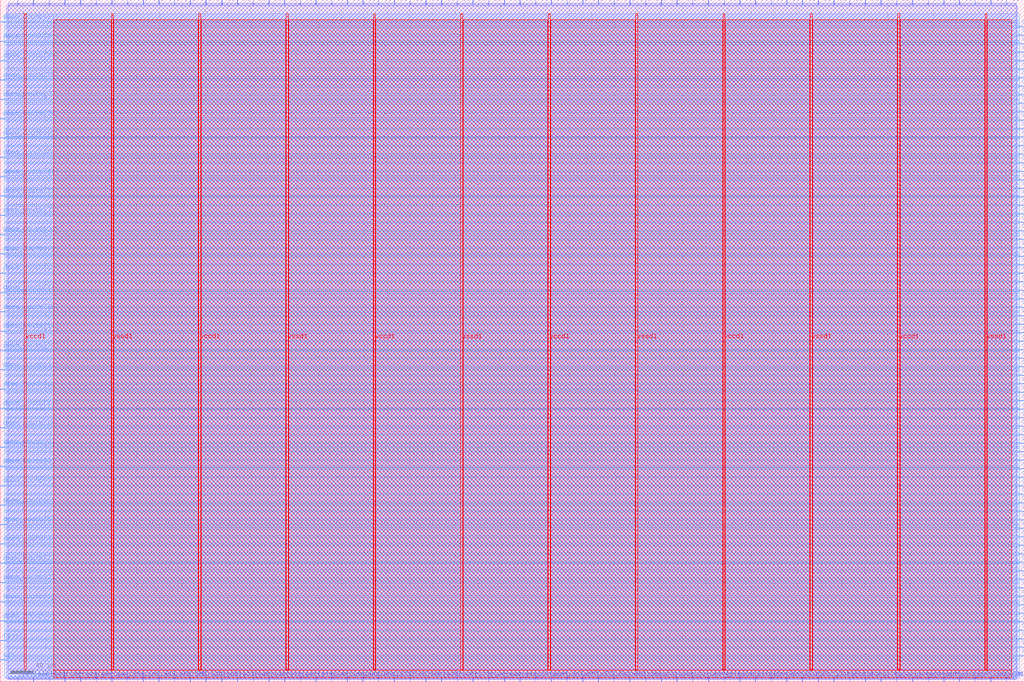
<source format=lef>
VERSION 5.7 ;
  NOWIREEXTENSIONATPIN ON ;
  DIVIDERCHAR "/" ;
  BUSBITCHARS "[]" ;
MACRO warpv_core
  CLASS BLOCK ;
  FOREIGN warpv_core ;
  ORIGIN 0.000 0.000 ;
  SIZE 900.000 BY 600.000 ;
  PIN clk
    DIRECTION INPUT ;
    USE SIGNAL ;
    PORT
      LAYER met3 ;
        RECT 0.000 19.080 4.000 19.680 ;
    END
  END clk
  PIN dmem_addra[0]
    DIRECTION OUTPUT TRISTATE ;
    USE SIGNAL ;
    PORT
      LAYER met2 ;
        RECT 15.270 596.000 15.550 600.000 ;
    END
  END dmem_addra[0]
  PIN dmem_addra[10]
    DIRECTION OUTPUT TRISTATE ;
    USE SIGNAL ;
    PORT
      LAYER met2 ;
        RECT 153.270 596.000 153.550 600.000 ;
    END
  END dmem_addra[10]
  PIN dmem_addra[11]
    DIRECTION OUTPUT TRISTATE ;
    USE SIGNAL ;
    PORT
      LAYER met2 ;
        RECT 167.070 596.000 167.350 600.000 ;
    END
  END dmem_addra[11]
  PIN dmem_addra[12]
    DIRECTION OUTPUT TRISTATE ;
    USE SIGNAL ;
    PORT
      LAYER met2 ;
        RECT 180.870 596.000 181.150 600.000 ;
    END
  END dmem_addra[12]
  PIN dmem_addra[13]
    DIRECTION OUTPUT TRISTATE ;
    USE SIGNAL ;
    PORT
      LAYER met2 ;
        RECT 194.670 596.000 194.950 600.000 ;
    END
  END dmem_addra[13]
  PIN dmem_addra[14]
    DIRECTION OUTPUT TRISTATE ;
    USE SIGNAL ;
    PORT
      LAYER met2 ;
        RECT 208.470 596.000 208.750 600.000 ;
    END
  END dmem_addra[14]
  PIN dmem_addra[15]
    DIRECTION OUTPUT TRISTATE ;
    USE SIGNAL ;
    PORT
      LAYER met2 ;
        RECT 222.270 596.000 222.550 600.000 ;
    END
  END dmem_addra[15]
  PIN dmem_addra[16]
    DIRECTION OUTPUT TRISTATE ;
    USE SIGNAL ;
    PORT
      LAYER met2 ;
        RECT 236.070 596.000 236.350 600.000 ;
    END
  END dmem_addra[16]
  PIN dmem_addra[17]
    DIRECTION OUTPUT TRISTATE ;
    USE SIGNAL ;
    PORT
      LAYER met2 ;
        RECT 249.870 596.000 250.150 600.000 ;
    END
  END dmem_addra[17]
  PIN dmem_addra[18]
    DIRECTION OUTPUT TRISTATE ;
    USE SIGNAL ;
    PORT
      LAYER met2 ;
        RECT 263.670 596.000 263.950 600.000 ;
    END
  END dmem_addra[18]
  PIN dmem_addra[19]
    DIRECTION OUTPUT TRISTATE ;
    USE SIGNAL ;
    PORT
      LAYER met2 ;
        RECT 277.470 596.000 277.750 600.000 ;
    END
  END dmem_addra[19]
  PIN dmem_addra[1]
    DIRECTION OUTPUT TRISTATE ;
    USE SIGNAL ;
    PORT
      LAYER met2 ;
        RECT 29.070 596.000 29.350 600.000 ;
    END
  END dmem_addra[1]
  PIN dmem_addra[20]
    DIRECTION OUTPUT TRISTATE ;
    USE SIGNAL ;
    PORT
      LAYER met2 ;
        RECT 291.270 596.000 291.550 600.000 ;
    END
  END dmem_addra[20]
  PIN dmem_addra[21]
    DIRECTION OUTPUT TRISTATE ;
    USE SIGNAL ;
    PORT
      LAYER met2 ;
        RECT 305.070 596.000 305.350 600.000 ;
    END
  END dmem_addra[21]
  PIN dmem_addra[22]
    DIRECTION OUTPUT TRISTATE ;
    USE SIGNAL ;
    PORT
      LAYER met2 ;
        RECT 318.870 596.000 319.150 600.000 ;
    END
  END dmem_addra[22]
  PIN dmem_addra[23]
    DIRECTION OUTPUT TRISTATE ;
    USE SIGNAL ;
    PORT
      LAYER met2 ;
        RECT 332.670 596.000 332.950 600.000 ;
    END
  END dmem_addra[23]
  PIN dmem_addra[24]
    DIRECTION OUTPUT TRISTATE ;
    USE SIGNAL ;
    PORT
      LAYER met2 ;
        RECT 346.470 596.000 346.750 600.000 ;
    END
  END dmem_addra[24]
  PIN dmem_addra[25]
    DIRECTION OUTPUT TRISTATE ;
    USE SIGNAL ;
    PORT
      LAYER met2 ;
        RECT 360.270 596.000 360.550 600.000 ;
    END
  END dmem_addra[25]
  PIN dmem_addra[26]
    DIRECTION OUTPUT TRISTATE ;
    USE SIGNAL ;
    PORT
      LAYER met2 ;
        RECT 374.070 596.000 374.350 600.000 ;
    END
  END dmem_addra[26]
  PIN dmem_addra[27]
    DIRECTION OUTPUT TRISTATE ;
    USE SIGNAL ;
    PORT
      LAYER met2 ;
        RECT 387.870 596.000 388.150 600.000 ;
    END
  END dmem_addra[27]
  PIN dmem_addra[28]
    DIRECTION OUTPUT TRISTATE ;
    USE SIGNAL ;
    PORT
      LAYER met2 ;
        RECT 401.670 596.000 401.950 600.000 ;
    END
  END dmem_addra[28]
  PIN dmem_addra[29]
    DIRECTION OUTPUT TRISTATE ;
    USE SIGNAL ;
    PORT
      LAYER met2 ;
        RECT 415.470 596.000 415.750 600.000 ;
    END
  END dmem_addra[29]
  PIN dmem_addra[2]
    DIRECTION OUTPUT TRISTATE ;
    USE SIGNAL ;
    PORT
      LAYER met2 ;
        RECT 42.870 596.000 43.150 600.000 ;
    END
  END dmem_addra[2]
  PIN dmem_addra[30]
    DIRECTION OUTPUT TRISTATE ;
    USE SIGNAL ;
    PORT
      LAYER met2 ;
        RECT 429.270 596.000 429.550 600.000 ;
    END
  END dmem_addra[30]
  PIN dmem_addra[31]
    DIRECTION OUTPUT TRISTATE ;
    USE SIGNAL ;
    PORT
      LAYER met2 ;
        RECT 443.070 596.000 443.350 600.000 ;
    END
  END dmem_addra[31]
  PIN dmem_addra[3]
    DIRECTION OUTPUT TRISTATE ;
    USE SIGNAL ;
    PORT
      LAYER met2 ;
        RECT 56.670 596.000 56.950 600.000 ;
    END
  END dmem_addra[3]
  PIN dmem_addra[4]
    DIRECTION OUTPUT TRISTATE ;
    USE SIGNAL ;
    PORT
      LAYER met2 ;
        RECT 70.470 596.000 70.750 600.000 ;
    END
  END dmem_addra[4]
  PIN dmem_addra[5]
    DIRECTION OUTPUT TRISTATE ;
    USE SIGNAL ;
    PORT
      LAYER met2 ;
        RECT 84.270 596.000 84.550 600.000 ;
    END
  END dmem_addra[5]
  PIN dmem_addra[6]
    DIRECTION OUTPUT TRISTATE ;
    USE SIGNAL ;
    PORT
      LAYER met2 ;
        RECT 98.070 596.000 98.350 600.000 ;
    END
  END dmem_addra[6]
  PIN dmem_addra[7]
    DIRECTION OUTPUT TRISTATE ;
    USE SIGNAL ;
    PORT
      LAYER met2 ;
        RECT 111.870 596.000 112.150 600.000 ;
    END
  END dmem_addra[7]
  PIN dmem_addra[8]
    DIRECTION OUTPUT TRISTATE ;
    USE SIGNAL ;
    PORT
      LAYER met2 ;
        RECT 125.670 596.000 125.950 600.000 ;
    END
  END dmem_addra[8]
  PIN dmem_addra[9]
    DIRECTION OUTPUT TRISTATE ;
    USE SIGNAL ;
    PORT
      LAYER met2 ;
        RECT 139.470 596.000 139.750 600.000 ;
    END
  END dmem_addra[9]
  PIN dmem_addrb[0]
    DIRECTION OUTPUT TRISTATE ;
    USE SIGNAL ;
    PORT
      LAYER met2 ;
        RECT 456.870 596.000 457.150 600.000 ;
    END
  END dmem_addrb[0]
  PIN dmem_addrb[10]
    DIRECTION OUTPUT TRISTATE ;
    USE SIGNAL ;
    PORT
      LAYER met2 ;
        RECT 594.870 596.000 595.150 600.000 ;
    END
  END dmem_addrb[10]
  PIN dmem_addrb[11]
    DIRECTION OUTPUT TRISTATE ;
    USE SIGNAL ;
    PORT
      LAYER met2 ;
        RECT 608.670 596.000 608.950 600.000 ;
    END
  END dmem_addrb[11]
  PIN dmem_addrb[12]
    DIRECTION OUTPUT TRISTATE ;
    USE SIGNAL ;
    PORT
      LAYER met2 ;
        RECT 622.470 596.000 622.750 600.000 ;
    END
  END dmem_addrb[12]
  PIN dmem_addrb[13]
    DIRECTION OUTPUT TRISTATE ;
    USE SIGNAL ;
    PORT
      LAYER met2 ;
        RECT 636.270 596.000 636.550 600.000 ;
    END
  END dmem_addrb[13]
  PIN dmem_addrb[14]
    DIRECTION OUTPUT TRISTATE ;
    USE SIGNAL ;
    PORT
      LAYER met2 ;
        RECT 650.070 596.000 650.350 600.000 ;
    END
  END dmem_addrb[14]
  PIN dmem_addrb[15]
    DIRECTION OUTPUT TRISTATE ;
    USE SIGNAL ;
    PORT
      LAYER met2 ;
        RECT 663.870 596.000 664.150 600.000 ;
    END
  END dmem_addrb[15]
  PIN dmem_addrb[16]
    DIRECTION OUTPUT TRISTATE ;
    USE SIGNAL ;
    PORT
      LAYER met2 ;
        RECT 677.670 596.000 677.950 600.000 ;
    END
  END dmem_addrb[16]
  PIN dmem_addrb[17]
    DIRECTION OUTPUT TRISTATE ;
    USE SIGNAL ;
    PORT
      LAYER met2 ;
        RECT 691.470 596.000 691.750 600.000 ;
    END
  END dmem_addrb[17]
  PIN dmem_addrb[18]
    DIRECTION OUTPUT TRISTATE ;
    USE SIGNAL ;
    PORT
      LAYER met2 ;
        RECT 705.270 596.000 705.550 600.000 ;
    END
  END dmem_addrb[18]
  PIN dmem_addrb[19]
    DIRECTION OUTPUT TRISTATE ;
    USE SIGNAL ;
    PORT
      LAYER met2 ;
        RECT 719.070 596.000 719.350 600.000 ;
    END
  END dmem_addrb[19]
  PIN dmem_addrb[1]
    DIRECTION OUTPUT TRISTATE ;
    USE SIGNAL ;
    PORT
      LAYER met2 ;
        RECT 470.670 596.000 470.950 600.000 ;
    END
  END dmem_addrb[1]
  PIN dmem_addrb[20]
    DIRECTION OUTPUT TRISTATE ;
    USE SIGNAL ;
    PORT
      LAYER met2 ;
        RECT 732.870 596.000 733.150 600.000 ;
    END
  END dmem_addrb[20]
  PIN dmem_addrb[21]
    DIRECTION OUTPUT TRISTATE ;
    USE SIGNAL ;
    PORT
      LAYER met2 ;
        RECT 746.670 596.000 746.950 600.000 ;
    END
  END dmem_addrb[21]
  PIN dmem_addrb[22]
    DIRECTION OUTPUT TRISTATE ;
    USE SIGNAL ;
    PORT
      LAYER met2 ;
        RECT 760.470 596.000 760.750 600.000 ;
    END
  END dmem_addrb[22]
  PIN dmem_addrb[23]
    DIRECTION OUTPUT TRISTATE ;
    USE SIGNAL ;
    PORT
      LAYER met2 ;
        RECT 774.270 596.000 774.550 600.000 ;
    END
  END dmem_addrb[23]
  PIN dmem_addrb[24]
    DIRECTION OUTPUT TRISTATE ;
    USE SIGNAL ;
    PORT
      LAYER met2 ;
        RECT 788.070 596.000 788.350 600.000 ;
    END
  END dmem_addrb[24]
  PIN dmem_addrb[25]
    DIRECTION OUTPUT TRISTATE ;
    USE SIGNAL ;
    PORT
      LAYER met2 ;
        RECT 801.870 596.000 802.150 600.000 ;
    END
  END dmem_addrb[25]
  PIN dmem_addrb[26]
    DIRECTION OUTPUT TRISTATE ;
    USE SIGNAL ;
    PORT
      LAYER met2 ;
        RECT 815.670 596.000 815.950 600.000 ;
    END
  END dmem_addrb[26]
  PIN dmem_addrb[27]
    DIRECTION OUTPUT TRISTATE ;
    USE SIGNAL ;
    PORT
      LAYER met2 ;
        RECT 829.470 596.000 829.750 600.000 ;
    END
  END dmem_addrb[27]
  PIN dmem_addrb[28]
    DIRECTION OUTPUT TRISTATE ;
    USE SIGNAL ;
    PORT
      LAYER met2 ;
        RECT 843.270 596.000 843.550 600.000 ;
    END
  END dmem_addrb[28]
  PIN dmem_addrb[29]
    DIRECTION OUTPUT TRISTATE ;
    USE SIGNAL ;
    PORT
      LAYER met2 ;
        RECT 857.070 596.000 857.350 600.000 ;
    END
  END dmem_addrb[29]
  PIN dmem_addrb[2]
    DIRECTION OUTPUT TRISTATE ;
    USE SIGNAL ;
    PORT
      LAYER met2 ;
        RECT 484.470 596.000 484.750 600.000 ;
    END
  END dmem_addrb[2]
  PIN dmem_addrb[30]
    DIRECTION OUTPUT TRISTATE ;
    USE SIGNAL ;
    PORT
      LAYER met2 ;
        RECT 870.870 596.000 871.150 600.000 ;
    END
  END dmem_addrb[30]
  PIN dmem_addrb[31]
    DIRECTION OUTPUT TRISTATE ;
    USE SIGNAL ;
    PORT
      LAYER met2 ;
        RECT 884.670 596.000 884.950 600.000 ;
    END
  END dmem_addrb[31]
  PIN dmem_addrb[3]
    DIRECTION OUTPUT TRISTATE ;
    USE SIGNAL ;
    PORT
      LAYER met2 ;
        RECT 498.270 596.000 498.550 600.000 ;
    END
  END dmem_addrb[3]
  PIN dmem_addrb[4]
    DIRECTION OUTPUT TRISTATE ;
    USE SIGNAL ;
    PORT
      LAYER met2 ;
        RECT 512.070 596.000 512.350 600.000 ;
    END
  END dmem_addrb[4]
  PIN dmem_addrb[5]
    DIRECTION OUTPUT TRISTATE ;
    USE SIGNAL ;
    PORT
      LAYER met2 ;
        RECT 525.870 596.000 526.150 600.000 ;
    END
  END dmem_addrb[5]
  PIN dmem_addrb[6]
    DIRECTION OUTPUT TRISTATE ;
    USE SIGNAL ;
    PORT
      LAYER met2 ;
        RECT 539.670 596.000 539.950 600.000 ;
    END
  END dmem_addrb[6]
  PIN dmem_addrb[7]
    DIRECTION OUTPUT TRISTATE ;
    USE SIGNAL ;
    PORT
      LAYER met2 ;
        RECT 553.470 596.000 553.750 600.000 ;
    END
  END dmem_addrb[7]
  PIN dmem_addrb[8]
    DIRECTION OUTPUT TRISTATE ;
    USE SIGNAL ;
    PORT
      LAYER met2 ;
        RECT 567.270 596.000 567.550 600.000 ;
    END
  END dmem_addrb[8]
  PIN dmem_addrb[9]
    DIRECTION OUTPUT TRISTATE ;
    USE SIGNAL ;
    PORT
      LAYER met2 ;
        RECT 581.070 596.000 581.350 600.000 ;
    END
  END dmem_addrb[9]
  PIN dmem_dina[0]
    DIRECTION OUTPUT TRISTATE ;
    USE SIGNAL ;
    PORT
      LAYER met3 ;
        RECT 896.000 22.480 900.000 23.080 ;
    END
  END dmem_dina[0]
  PIN dmem_dina[10]
    DIRECTION OUTPUT TRISTATE ;
    USE SIGNAL ;
    PORT
      LAYER met3 ;
        RECT 896.000 97.280 900.000 97.880 ;
    END
  END dmem_dina[10]
  PIN dmem_dina[11]
    DIRECTION OUTPUT TRISTATE ;
    USE SIGNAL ;
    PORT
      LAYER met3 ;
        RECT 896.000 104.760 900.000 105.360 ;
    END
  END dmem_dina[11]
  PIN dmem_dina[12]
    DIRECTION OUTPUT TRISTATE ;
    USE SIGNAL ;
    PORT
      LAYER met3 ;
        RECT 896.000 112.240 900.000 112.840 ;
    END
  END dmem_dina[12]
  PIN dmem_dina[13]
    DIRECTION OUTPUT TRISTATE ;
    USE SIGNAL ;
    PORT
      LAYER met3 ;
        RECT 896.000 119.720 900.000 120.320 ;
    END
  END dmem_dina[13]
  PIN dmem_dina[14]
    DIRECTION OUTPUT TRISTATE ;
    USE SIGNAL ;
    PORT
      LAYER met3 ;
        RECT 896.000 127.200 900.000 127.800 ;
    END
  END dmem_dina[14]
  PIN dmem_dina[15]
    DIRECTION OUTPUT TRISTATE ;
    USE SIGNAL ;
    PORT
      LAYER met3 ;
        RECT 896.000 134.680 900.000 135.280 ;
    END
  END dmem_dina[15]
  PIN dmem_dina[16]
    DIRECTION OUTPUT TRISTATE ;
    USE SIGNAL ;
    PORT
      LAYER met3 ;
        RECT 896.000 142.160 900.000 142.760 ;
    END
  END dmem_dina[16]
  PIN dmem_dina[17]
    DIRECTION OUTPUT TRISTATE ;
    USE SIGNAL ;
    PORT
      LAYER met3 ;
        RECT 896.000 149.640 900.000 150.240 ;
    END
  END dmem_dina[17]
  PIN dmem_dina[18]
    DIRECTION OUTPUT TRISTATE ;
    USE SIGNAL ;
    PORT
      LAYER met3 ;
        RECT 896.000 157.120 900.000 157.720 ;
    END
  END dmem_dina[18]
  PIN dmem_dina[19]
    DIRECTION OUTPUT TRISTATE ;
    USE SIGNAL ;
    PORT
      LAYER met3 ;
        RECT 896.000 164.600 900.000 165.200 ;
    END
  END dmem_dina[19]
  PIN dmem_dina[1]
    DIRECTION OUTPUT TRISTATE ;
    USE SIGNAL ;
    PORT
      LAYER met3 ;
        RECT 896.000 29.960 900.000 30.560 ;
    END
  END dmem_dina[1]
  PIN dmem_dina[20]
    DIRECTION OUTPUT TRISTATE ;
    USE SIGNAL ;
    PORT
      LAYER met3 ;
        RECT 896.000 172.080 900.000 172.680 ;
    END
  END dmem_dina[20]
  PIN dmem_dina[21]
    DIRECTION OUTPUT TRISTATE ;
    USE SIGNAL ;
    PORT
      LAYER met3 ;
        RECT 896.000 179.560 900.000 180.160 ;
    END
  END dmem_dina[21]
  PIN dmem_dina[22]
    DIRECTION OUTPUT TRISTATE ;
    USE SIGNAL ;
    PORT
      LAYER met3 ;
        RECT 896.000 187.040 900.000 187.640 ;
    END
  END dmem_dina[22]
  PIN dmem_dina[23]
    DIRECTION OUTPUT TRISTATE ;
    USE SIGNAL ;
    PORT
      LAYER met3 ;
        RECT 896.000 194.520 900.000 195.120 ;
    END
  END dmem_dina[23]
  PIN dmem_dina[24]
    DIRECTION OUTPUT TRISTATE ;
    USE SIGNAL ;
    PORT
      LAYER met3 ;
        RECT 896.000 202.000 900.000 202.600 ;
    END
  END dmem_dina[24]
  PIN dmem_dina[25]
    DIRECTION OUTPUT TRISTATE ;
    USE SIGNAL ;
    PORT
      LAYER met3 ;
        RECT 896.000 209.480 900.000 210.080 ;
    END
  END dmem_dina[25]
  PIN dmem_dina[26]
    DIRECTION OUTPUT TRISTATE ;
    USE SIGNAL ;
    PORT
      LAYER met3 ;
        RECT 896.000 216.960 900.000 217.560 ;
    END
  END dmem_dina[26]
  PIN dmem_dina[27]
    DIRECTION OUTPUT TRISTATE ;
    USE SIGNAL ;
    PORT
      LAYER met3 ;
        RECT 896.000 224.440 900.000 225.040 ;
    END
  END dmem_dina[27]
  PIN dmem_dina[28]
    DIRECTION OUTPUT TRISTATE ;
    USE SIGNAL ;
    PORT
      LAYER met3 ;
        RECT 896.000 231.920 900.000 232.520 ;
    END
  END dmem_dina[28]
  PIN dmem_dina[29]
    DIRECTION OUTPUT TRISTATE ;
    USE SIGNAL ;
    PORT
      LAYER met3 ;
        RECT 896.000 239.400 900.000 240.000 ;
    END
  END dmem_dina[29]
  PIN dmem_dina[2]
    DIRECTION OUTPUT TRISTATE ;
    USE SIGNAL ;
    PORT
      LAYER met3 ;
        RECT 896.000 37.440 900.000 38.040 ;
    END
  END dmem_dina[2]
  PIN dmem_dina[30]
    DIRECTION OUTPUT TRISTATE ;
    USE SIGNAL ;
    PORT
      LAYER met3 ;
        RECT 896.000 246.880 900.000 247.480 ;
    END
  END dmem_dina[30]
  PIN dmem_dina[31]
    DIRECTION OUTPUT TRISTATE ;
    USE SIGNAL ;
    PORT
      LAYER met3 ;
        RECT 896.000 254.360 900.000 254.960 ;
    END
  END dmem_dina[31]
  PIN dmem_dina[3]
    DIRECTION OUTPUT TRISTATE ;
    USE SIGNAL ;
    PORT
      LAYER met3 ;
        RECT 896.000 44.920 900.000 45.520 ;
    END
  END dmem_dina[3]
  PIN dmem_dina[4]
    DIRECTION OUTPUT TRISTATE ;
    USE SIGNAL ;
    PORT
      LAYER met3 ;
        RECT 896.000 52.400 900.000 53.000 ;
    END
  END dmem_dina[4]
  PIN dmem_dina[5]
    DIRECTION OUTPUT TRISTATE ;
    USE SIGNAL ;
    PORT
      LAYER met3 ;
        RECT 896.000 59.880 900.000 60.480 ;
    END
  END dmem_dina[5]
  PIN dmem_dina[6]
    DIRECTION OUTPUT TRISTATE ;
    USE SIGNAL ;
    PORT
      LAYER met3 ;
        RECT 896.000 67.360 900.000 67.960 ;
    END
  END dmem_dina[6]
  PIN dmem_dina[7]
    DIRECTION OUTPUT TRISTATE ;
    USE SIGNAL ;
    PORT
      LAYER met3 ;
        RECT 896.000 74.840 900.000 75.440 ;
    END
  END dmem_dina[7]
  PIN dmem_dina[8]
    DIRECTION OUTPUT TRISTATE ;
    USE SIGNAL ;
    PORT
      LAYER met3 ;
        RECT 896.000 82.320 900.000 82.920 ;
    END
  END dmem_dina[8]
  PIN dmem_dina[9]
    DIRECTION OUTPUT TRISTATE ;
    USE SIGNAL ;
    PORT
      LAYER met3 ;
        RECT 896.000 89.800 900.000 90.400 ;
    END
  END dmem_dina[9]
  PIN dmem_dinb[0]
    DIRECTION OUTPUT TRISTATE ;
    USE SIGNAL ;
    PORT
      LAYER met3 ;
        RECT 896.000 261.840 900.000 262.440 ;
    END
  END dmem_dinb[0]
  PIN dmem_dinb[10]
    DIRECTION OUTPUT TRISTATE ;
    USE SIGNAL ;
    PORT
      LAYER met3 ;
        RECT 896.000 336.640 900.000 337.240 ;
    END
  END dmem_dinb[10]
  PIN dmem_dinb[11]
    DIRECTION OUTPUT TRISTATE ;
    USE SIGNAL ;
    PORT
      LAYER met3 ;
        RECT 896.000 344.120 900.000 344.720 ;
    END
  END dmem_dinb[11]
  PIN dmem_dinb[12]
    DIRECTION OUTPUT TRISTATE ;
    USE SIGNAL ;
    PORT
      LAYER met3 ;
        RECT 896.000 351.600 900.000 352.200 ;
    END
  END dmem_dinb[12]
  PIN dmem_dinb[13]
    DIRECTION OUTPUT TRISTATE ;
    USE SIGNAL ;
    PORT
      LAYER met3 ;
        RECT 896.000 359.080 900.000 359.680 ;
    END
  END dmem_dinb[13]
  PIN dmem_dinb[14]
    DIRECTION OUTPUT TRISTATE ;
    USE SIGNAL ;
    PORT
      LAYER met3 ;
        RECT 896.000 366.560 900.000 367.160 ;
    END
  END dmem_dinb[14]
  PIN dmem_dinb[15]
    DIRECTION OUTPUT TRISTATE ;
    USE SIGNAL ;
    PORT
      LAYER met3 ;
        RECT 896.000 374.040 900.000 374.640 ;
    END
  END dmem_dinb[15]
  PIN dmem_dinb[16]
    DIRECTION OUTPUT TRISTATE ;
    USE SIGNAL ;
    PORT
      LAYER met3 ;
        RECT 896.000 381.520 900.000 382.120 ;
    END
  END dmem_dinb[16]
  PIN dmem_dinb[17]
    DIRECTION OUTPUT TRISTATE ;
    USE SIGNAL ;
    PORT
      LAYER met3 ;
        RECT 896.000 389.000 900.000 389.600 ;
    END
  END dmem_dinb[17]
  PIN dmem_dinb[18]
    DIRECTION OUTPUT TRISTATE ;
    USE SIGNAL ;
    PORT
      LAYER met3 ;
        RECT 896.000 396.480 900.000 397.080 ;
    END
  END dmem_dinb[18]
  PIN dmem_dinb[19]
    DIRECTION OUTPUT TRISTATE ;
    USE SIGNAL ;
    PORT
      LAYER met3 ;
        RECT 896.000 403.960 900.000 404.560 ;
    END
  END dmem_dinb[19]
  PIN dmem_dinb[1]
    DIRECTION OUTPUT TRISTATE ;
    USE SIGNAL ;
    PORT
      LAYER met3 ;
        RECT 896.000 269.320 900.000 269.920 ;
    END
  END dmem_dinb[1]
  PIN dmem_dinb[20]
    DIRECTION OUTPUT TRISTATE ;
    USE SIGNAL ;
    PORT
      LAYER met3 ;
        RECT 896.000 411.440 900.000 412.040 ;
    END
  END dmem_dinb[20]
  PIN dmem_dinb[21]
    DIRECTION OUTPUT TRISTATE ;
    USE SIGNAL ;
    PORT
      LAYER met3 ;
        RECT 896.000 418.920 900.000 419.520 ;
    END
  END dmem_dinb[21]
  PIN dmem_dinb[22]
    DIRECTION OUTPUT TRISTATE ;
    USE SIGNAL ;
    PORT
      LAYER met3 ;
        RECT 896.000 426.400 900.000 427.000 ;
    END
  END dmem_dinb[22]
  PIN dmem_dinb[23]
    DIRECTION OUTPUT TRISTATE ;
    USE SIGNAL ;
    PORT
      LAYER met3 ;
        RECT 896.000 433.880 900.000 434.480 ;
    END
  END dmem_dinb[23]
  PIN dmem_dinb[24]
    DIRECTION OUTPUT TRISTATE ;
    USE SIGNAL ;
    PORT
      LAYER met3 ;
        RECT 896.000 441.360 900.000 441.960 ;
    END
  END dmem_dinb[24]
  PIN dmem_dinb[25]
    DIRECTION OUTPUT TRISTATE ;
    USE SIGNAL ;
    PORT
      LAYER met3 ;
        RECT 896.000 448.840 900.000 449.440 ;
    END
  END dmem_dinb[25]
  PIN dmem_dinb[26]
    DIRECTION OUTPUT TRISTATE ;
    USE SIGNAL ;
    PORT
      LAYER met3 ;
        RECT 896.000 456.320 900.000 456.920 ;
    END
  END dmem_dinb[26]
  PIN dmem_dinb[27]
    DIRECTION OUTPUT TRISTATE ;
    USE SIGNAL ;
    PORT
      LAYER met3 ;
        RECT 896.000 463.800 900.000 464.400 ;
    END
  END dmem_dinb[27]
  PIN dmem_dinb[28]
    DIRECTION OUTPUT TRISTATE ;
    USE SIGNAL ;
    PORT
      LAYER met3 ;
        RECT 896.000 471.280 900.000 471.880 ;
    END
  END dmem_dinb[28]
  PIN dmem_dinb[29]
    DIRECTION OUTPUT TRISTATE ;
    USE SIGNAL ;
    PORT
      LAYER met3 ;
        RECT 896.000 478.760 900.000 479.360 ;
    END
  END dmem_dinb[29]
  PIN dmem_dinb[2]
    DIRECTION OUTPUT TRISTATE ;
    USE SIGNAL ;
    PORT
      LAYER met3 ;
        RECT 896.000 276.800 900.000 277.400 ;
    END
  END dmem_dinb[2]
  PIN dmem_dinb[30]
    DIRECTION OUTPUT TRISTATE ;
    USE SIGNAL ;
    PORT
      LAYER met3 ;
        RECT 896.000 486.240 900.000 486.840 ;
    END
  END dmem_dinb[30]
  PIN dmem_dinb[31]
    DIRECTION OUTPUT TRISTATE ;
    USE SIGNAL ;
    PORT
      LAYER met3 ;
        RECT 896.000 493.720 900.000 494.320 ;
    END
  END dmem_dinb[31]
  PIN dmem_dinb[3]
    DIRECTION OUTPUT TRISTATE ;
    USE SIGNAL ;
    PORT
      LAYER met3 ;
        RECT 896.000 284.280 900.000 284.880 ;
    END
  END dmem_dinb[3]
  PIN dmem_dinb[4]
    DIRECTION OUTPUT TRISTATE ;
    USE SIGNAL ;
    PORT
      LAYER met3 ;
        RECT 896.000 291.760 900.000 292.360 ;
    END
  END dmem_dinb[4]
  PIN dmem_dinb[5]
    DIRECTION OUTPUT TRISTATE ;
    USE SIGNAL ;
    PORT
      LAYER met3 ;
        RECT 896.000 299.240 900.000 299.840 ;
    END
  END dmem_dinb[5]
  PIN dmem_dinb[6]
    DIRECTION OUTPUT TRISTATE ;
    USE SIGNAL ;
    PORT
      LAYER met3 ;
        RECT 896.000 306.720 900.000 307.320 ;
    END
  END dmem_dinb[6]
  PIN dmem_dinb[7]
    DIRECTION OUTPUT TRISTATE ;
    USE SIGNAL ;
    PORT
      LAYER met3 ;
        RECT 896.000 314.200 900.000 314.800 ;
    END
  END dmem_dinb[7]
  PIN dmem_dinb[8]
    DIRECTION OUTPUT TRISTATE ;
    USE SIGNAL ;
    PORT
      LAYER met3 ;
        RECT 896.000 321.680 900.000 322.280 ;
    END
  END dmem_dinb[8]
  PIN dmem_dinb[9]
    DIRECTION OUTPUT TRISTATE ;
    USE SIGNAL ;
    PORT
      LAYER met3 ;
        RECT 896.000 329.160 900.000 329.760 ;
    END
  END dmem_dinb[9]
  PIN dmem_doutb[0]
    DIRECTION INPUT ;
    USE SIGNAL ;
    PORT
      LAYER met3 ;
        RECT 0.000 53.080 4.000 53.680 ;
    END
  END dmem_doutb[0]
  PIN dmem_doutb[10]
    DIRECTION INPUT ;
    USE SIGNAL ;
    PORT
      LAYER met3 ;
        RECT 0.000 223.080 4.000 223.680 ;
    END
  END dmem_doutb[10]
  PIN dmem_doutb[11]
    DIRECTION INPUT ;
    USE SIGNAL ;
    PORT
      LAYER met3 ;
        RECT 0.000 240.080 4.000 240.680 ;
    END
  END dmem_doutb[11]
  PIN dmem_doutb[12]
    DIRECTION INPUT ;
    USE SIGNAL ;
    PORT
      LAYER met3 ;
        RECT 0.000 257.080 4.000 257.680 ;
    END
  END dmem_doutb[12]
  PIN dmem_doutb[13]
    DIRECTION INPUT ;
    USE SIGNAL ;
    PORT
      LAYER met3 ;
        RECT 0.000 274.080 4.000 274.680 ;
    END
  END dmem_doutb[13]
  PIN dmem_doutb[14]
    DIRECTION INPUT ;
    USE SIGNAL ;
    PORT
      LAYER met3 ;
        RECT 0.000 291.080 4.000 291.680 ;
    END
  END dmem_doutb[14]
  PIN dmem_doutb[15]
    DIRECTION INPUT ;
    USE SIGNAL ;
    PORT
      LAYER met3 ;
        RECT 0.000 308.080 4.000 308.680 ;
    END
  END dmem_doutb[15]
  PIN dmem_doutb[16]
    DIRECTION INPUT ;
    USE SIGNAL ;
    PORT
      LAYER met3 ;
        RECT 0.000 325.080 4.000 325.680 ;
    END
  END dmem_doutb[16]
  PIN dmem_doutb[17]
    DIRECTION INPUT ;
    USE SIGNAL ;
    PORT
      LAYER met3 ;
        RECT 0.000 342.080 4.000 342.680 ;
    END
  END dmem_doutb[17]
  PIN dmem_doutb[18]
    DIRECTION INPUT ;
    USE SIGNAL ;
    PORT
      LAYER met3 ;
        RECT 0.000 359.080 4.000 359.680 ;
    END
  END dmem_doutb[18]
  PIN dmem_doutb[19]
    DIRECTION INPUT ;
    USE SIGNAL ;
    PORT
      LAYER met3 ;
        RECT 0.000 376.080 4.000 376.680 ;
    END
  END dmem_doutb[19]
  PIN dmem_doutb[1]
    DIRECTION INPUT ;
    USE SIGNAL ;
    PORT
      LAYER met3 ;
        RECT 0.000 70.080 4.000 70.680 ;
    END
  END dmem_doutb[1]
  PIN dmem_doutb[20]
    DIRECTION INPUT ;
    USE SIGNAL ;
    PORT
      LAYER met3 ;
        RECT 0.000 393.080 4.000 393.680 ;
    END
  END dmem_doutb[20]
  PIN dmem_doutb[21]
    DIRECTION INPUT ;
    USE SIGNAL ;
    PORT
      LAYER met3 ;
        RECT 0.000 410.080 4.000 410.680 ;
    END
  END dmem_doutb[21]
  PIN dmem_doutb[22]
    DIRECTION INPUT ;
    USE SIGNAL ;
    PORT
      LAYER met3 ;
        RECT 0.000 427.080 4.000 427.680 ;
    END
  END dmem_doutb[22]
  PIN dmem_doutb[23]
    DIRECTION INPUT ;
    USE SIGNAL ;
    PORT
      LAYER met3 ;
        RECT 0.000 444.080 4.000 444.680 ;
    END
  END dmem_doutb[23]
  PIN dmem_doutb[24]
    DIRECTION INPUT ;
    USE SIGNAL ;
    PORT
      LAYER met3 ;
        RECT 0.000 461.080 4.000 461.680 ;
    END
  END dmem_doutb[24]
  PIN dmem_doutb[25]
    DIRECTION INPUT ;
    USE SIGNAL ;
    PORT
      LAYER met3 ;
        RECT 0.000 478.080 4.000 478.680 ;
    END
  END dmem_doutb[25]
  PIN dmem_doutb[26]
    DIRECTION INPUT ;
    USE SIGNAL ;
    PORT
      LAYER met3 ;
        RECT 0.000 495.080 4.000 495.680 ;
    END
  END dmem_doutb[26]
  PIN dmem_doutb[27]
    DIRECTION INPUT ;
    USE SIGNAL ;
    PORT
      LAYER met3 ;
        RECT 0.000 512.080 4.000 512.680 ;
    END
  END dmem_doutb[27]
  PIN dmem_doutb[28]
    DIRECTION INPUT ;
    USE SIGNAL ;
    PORT
      LAYER met3 ;
        RECT 0.000 529.080 4.000 529.680 ;
    END
  END dmem_doutb[28]
  PIN dmem_doutb[29]
    DIRECTION INPUT ;
    USE SIGNAL ;
    PORT
      LAYER met3 ;
        RECT 0.000 546.080 4.000 546.680 ;
    END
  END dmem_doutb[29]
  PIN dmem_doutb[2]
    DIRECTION INPUT ;
    USE SIGNAL ;
    PORT
      LAYER met3 ;
        RECT 0.000 87.080 4.000 87.680 ;
    END
  END dmem_doutb[2]
  PIN dmem_doutb[30]
    DIRECTION INPUT ;
    USE SIGNAL ;
    PORT
      LAYER met3 ;
        RECT 0.000 563.080 4.000 563.680 ;
    END
  END dmem_doutb[30]
  PIN dmem_doutb[31]
    DIRECTION INPUT ;
    USE SIGNAL ;
    PORT
      LAYER met3 ;
        RECT 0.000 580.080 4.000 580.680 ;
    END
  END dmem_doutb[31]
  PIN dmem_doutb[3]
    DIRECTION INPUT ;
    USE SIGNAL ;
    PORT
      LAYER met3 ;
        RECT 0.000 104.080 4.000 104.680 ;
    END
  END dmem_doutb[3]
  PIN dmem_doutb[4]
    DIRECTION INPUT ;
    USE SIGNAL ;
    PORT
      LAYER met3 ;
        RECT 0.000 121.080 4.000 121.680 ;
    END
  END dmem_doutb[4]
  PIN dmem_doutb[5]
    DIRECTION INPUT ;
    USE SIGNAL ;
    PORT
      LAYER met3 ;
        RECT 0.000 138.080 4.000 138.680 ;
    END
  END dmem_doutb[5]
  PIN dmem_doutb[6]
    DIRECTION INPUT ;
    USE SIGNAL ;
    PORT
      LAYER met3 ;
        RECT 0.000 155.080 4.000 155.680 ;
    END
  END dmem_doutb[6]
  PIN dmem_doutb[7]
    DIRECTION INPUT ;
    USE SIGNAL ;
    PORT
      LAYER met3 ;
        RECT 0.000 172.080 4.000 172.680 ;
    END
  END dmem_doutb[7]
  PIN dmem_doutb[8]
    DIRECTION INPUT ;
    USE SIGNAL ;
    PORT
      LAYER met3 ;
        RECT 0.000 189.080 4.000 189.680 ;
    END
  END dmem_doutb[8]
  PIN dmem_doutb[9]
    DIRECTION INPUT ;
    USE SIGNAL ;
    PORT
      LAYER met3 ;
        RECT 0.000 206.080 4.000 206.680 ;
    END
  END dmem_doutb[9]
  PIN dmem_ena
    DIRECTION OUTPUT TRISTATE ;
    USE SIGNAL ;
    PORT
      LAYER met3 ;
        RECT 896.000 568.520 900.000 569.120 ;
    END
  END dmem_ena
  PIN dmem_enb
    DIRECTION OUTPUT TRISTATE ;
    USE SIGNAL ;
    PORT
      LAYER met3 ;
        RECT 896.000 576.000 900.000 576.600 ;
    END
  END dmem_enb
  PIN dmem_wea0
    DIRECTION OUTPUT TRISTATE ;
    USE SIGNAL ;
    PORT
      LAYER met3 ;
        RECT 896.000 501.200 900.000 501.800 ;
    END
  END dmem_wea0
  PIN dmem_wea[0]
    DIRECTION OUTPUT TRISTATE ;
    USE SIGNAL ;
    PORT
      LAYER met3 ;
        RECT 896.000 508.680 900.000 509.280 ;
    END
  END dmem_wea[0]
  PIN dmem_wea[1]
    DIRECTION OUTPUT TRISTATE ;
    USE SIGNAL ;
    PORT
      LAYER met3 ;
        RECT 896.000 523.640 900.000 524.240 ;
    END
  END dmem_wea[1]
  PIN dmem_wea[2]
    DIRECTION OUTPUT TRISTATE ;
    USE SIGNAL ;
    PORT
      LAYER met3 ;
        RECT 896.000 538.600 900.000 539.200 ;
    END
  END dmem_wea[2]
  PIN dmem_wea[3]
    DIRECTION OUTPUT TRISTATE ;
    USE SIGNAL ;
    PORT
      LAYER met3 ;
        RECT 896.000 553.560 900.000 554.160 ;
    END
  END dmem_wea[3]
  PIN dmem_web[0]
    DIRECTION OUTPUT TRISTATE ;
    USE SIGNAL ;
    PORT
      LAYER met3 ;
        RECT 896.000 516.160 900.000 516.760 ;
    END
  END dmem_web[0]
  PIN dmem_web[1]
    DIRECTION OUTPUT TRISTATE ;
    USE SIGNAL ;
    PORT
      LAYER met3 ;
        RECT 896.000 531.120 900.000 531.720 ;
    END
  END dmem_web[1]
  PIN dmem_web[2]
    DIRECTION OUTPUT TRISTATE ;
    USE SIGNAL ;
    PORT
      LAYER met3 ;
        RECT 896.000 546.080 900.000 546.680 ;
    END
  END dmem_web[2]
  PIN dmem_web[3]
    DIRECTION OUTPUT TRISTATE ;
    USE SIGNAL ;
    PORT
      LAYER met3 ;
        RECT 896.000 561.040 900.000 561.640 ;
    END
  END dmem_web[3]
  PIN imem_addr[0]
    DIRECTION OUTPUT TRISTATE ;
    USE SIGNAL ;
    PORT
      LAYER met2 ;
        RECT 15.270 0.000 15.550 4.000 ;
    END
  END imem_addr[0]
  PIN imem_addr[10]
    DIRECTION OUTPUT TRISTATE ;
    USE SIGNAL ;
    PORT
      LAYER met2 ;
        RECT 153.270 0.000 153.550 4.000 ;
    END
  END imem_addr[10]
  PIN imem_addr[11]
    DIRECTION OUTPUT TRISTATE ;
    USE SIGNAL ;
    PORT
      LAYER met2 ;
        RECT 167.070 0.000 167.350 4.000 ;
    END
  END imem_addr[11]
  PIN imem_addr[12]
    DIRECTION OUTPUT TRISTATE ;
    USE SIGNAL ;
    PORT
      LAYER met2 ;
        RECT 180.870 0.000 181.150 4.000 ;
    END
  END imem_addr[12]
  PIN imem_addr[13]
    DIRECTION OUTPUT TRISTATE ;
    USE SIGNAL ;
    PORT
      LAYER met2 ;
        RECT 194.670 0.000 194.950 4.000 ;
    END
  END imem_addr[13]
  PIN imem_addr[14]
    DIRECTION OUTPUT TRISTATE ;
    USE SIGNAL ;
    PORT
      LAYER met2 ;
        RECT 208.470 0.000 208.750 4.000 ;
    END
  END imem_addr[14]
  PIN imem_addr[15]
    DIRECTION OUTPUT TRISTATE ;
    USE SIGNAL ;
    PORT
      LAYER met2 ;
        RECT 222.270 0.000 222.550 4.000 ;
    END
  END imem_addr[15]
  PIN imem_addr[16]
    DIRECTION OUTPUT TRISTATE ;
    USE SIGNAL ;
    PORT
      LAYER met2 ;
        RECT 236.070 0.000 236.350 4.000 ;
    END
  END imem_addr[16]
  PIN imem_addr[17]
    DIRECTION OUTPUT TRISTATE ;
    USE SIGNAL ;
    PORT
      LAYER met2 ;
        RECT 249.870 0.000 250.150 4.000 ;
    END
  END imem_addr[17]
  PIN imem_addr[18]
    DIRECTION OUTPUT TRISTATE ;
    USE SIGNAL ;
    PORT
      LAYER met2 ;
        RECT 263.670 0.000 263.950 4.000 ;
    END
  END imem_addr[18]
  PIN imem_addr[19]
    DIRECTION OUTPUT TRISTATE ;
    USE SIGNAL ;
    PORT
      LAYER met2 ;
        RECT 277.470 0.000 277.750 4.000 ;
    END
  END imem_addr[19]
  PIN imem_addr[1]
    DIRECTION OUTPUT TRISTATE ;
    USE SIGNAL ;
    PORT
      LAYER met2 ;
        RECT 29.070 0.000 29.350 4.000 ;
    END
  END imem_addr[1]
  PIN imem_addr[20]
    DIRECTION OUTPUT TRISTATE ;
    USE SIGNAL ;
    PORT
      LAYER met2 ;
        RECT 291.270 0.000 291.550 4.000 ;
    END
  END imem_addr[20]
  PIN imem_addr[21]
    DIRECTION OUTPUT TRISTATE ;
    USE SIGNAL ;
    PORT
      LAYER met2 ;
        RECT 305.070 0.000 305.350 4.000 ;
    END
  END imem_addr[21]
  PIN imem_addr[22]
    DIRECTION OUTPUT TRISTATE ;
    USE SIGNAL ;
    PORT
      LAYER met2 ;
        RECT 318.870 0.000 319.150 4.000 ;
    END
  END imem_addr[22]
  PIN imem_addr[23]
    DIRECTION OUTPUT TRISTATE ;
    USE SIGNAL ;
    PORT
      LAYER met2 ;
        RECT 332.670 0.000 332.950 4.000 ;
    END
  END imem_addr[23]
  PIN imem_addr[24]
    DIRECTION OUTPUT TRISTATE ;
    USE SIGNAL ;
    PORT
      LAYER met2 ;
        RECT 346.470 0.000 346.750 4.000 ;
    END
  END imem_addr[24]
  PIN imem_addr[25]
    DIRECTION OUTPUT TRISTATE ;
    USE SIGNAL ;
    PORT
      LAYER met2 ;
        RECT 360.270 0.000 360.550 4.000 ;
    END
  END imem_addr[25]
  PIN imem_addr[26]
    DIRECTION OUTPUT TRISTATE ;
    USE SIGNAL ;
    PORT
      LAYER met2 ;
        RECT 374.070 0.000 374.350 4.000 ;
    END
  END imem_addr[26]
  PIN imem_addr[27]
    DIRECTION OUTPUT TRISTATE ;
    USE SIGNAL ;
    PORT
      LAYER met2 ;
        RECT 387.870 0.000 388.150 4.000 ;
    END
  END imem_addr[27]
  PIN imem_addr[28]
    DIRECTION OUTPUT TRISTATE ;
    USE SIGNAL ;
    PORT
      LAYER met2 ;
        RECT 401.670 0.000 401.950 4.000 ;
    END
  END imem_addr[28]
  PIN imem_addr[29]
    DIRECTION OUTPUT TRISTATE ;
    USE SIGNAL ;
    PORT
      LAYER met2 ;
        RECT 415.470 0.000 415.750 4.000 ;
    END
  END imem_addr[29]
  PIN imem_addr[2]
    DIRECTION OUTPUT TRISTATE ;
    USE SIGNAL ;
    PORT
      LAYER met2 ;
        RECT 42.870 0.000 43.150 4.000 ;
    END
  END imem_addr[2]
  PIN imem_addr[30]
    DIRECTION OUTPUT TRISTATE ;
    USE SIGNAL ;
    PORT
      LAYER met2 ;
        RECT 429.270 0.000 429.550 4.000 ;
    END
  END imem_addr[30]
  PIN imem_addr[31]
    DIRECTION OUTPUT TRISTATE ;
    USE SIGNAL ;
    PORT
      LAYER met2 ;
        RECT 443.070 0.000 443.350 4.000 ;
    END
  END imem_addr[31]
  PIN imem_addr[3]
    DIRECTION OUTPUT TRISTATE ;
    USE SIGNAL ;
    PORT
      LAYER met2 ;
        RECT 56.670 0.000 56.950 4.000 ;
    END
  END imem_addr[3]
  PIN imem_addr[4]
    DIRECTION OUTPUT TRISTATE ;
    USE SIGNAL ;
    PORT
      LAYER met2 ;
        RECT 70.470 0.000 70.750 4.000 ;
    END
  END imem_addr[4]
  PIN imem_addr[5]
    DIRECTION OUTPUT TRISTATE ;
    USE SIGNAL ;
    PORT
      LAYER met2 ;
        RECT 84.270 0.000 84.550 4.000 ;
    END
  END imem_addr[5]
  PIN imem_addr[6]
    DIRECTION OUTPUT TRISTATE ;
    USE SIGNAL ;
    PORT
      LAYER met2 ;
        RECT 98.070 0.000 98.350 4.000 ;
    END
  END imem_addr[6]
  PIN imem_addr[7]
    DIRECTION OUTPUT TRISTATE ;
    USE SIGNAL ;
    PORT
      LAYER met2 ;
        RECT 111.870 0.000 112.150 4.000 ;
    END
  END imem_addr[7]
  PIN imem_addr[8]
    DIRECTION OUTPUT TRISTATE ;
    USE SIGNAL ;
    PORT
      LAYER met2 ;
        RECT 125.670 0.000 125.950 4.000 ;
    END
  END imem_addr[8]
  PIN imem_addr[9]
    DIRECTION OUTPUT TRISTATE ;
    USE SIGNAL ;
    PORT
      LAYER met2 ;
        RECT 139.470 0.000 139.750 4.000 ;
    END
  END imem_addr[9]
  PIN imem_data[0]
    DIRECTION INPUT ;
    USE SIGNAL ;
    PORT
      LAYER met2 ;
        RECT 456.870 0.000 457.150 4.000 ;
    END
  END imem_data[0]
  PIN imem_data[10]
    DIRECTION INPUT ;
    USE SIGNAL ;
    PORT
      LAYER met2 ;
        RECT 594.870 0.000 595.150 4.000 ;
    END
  END imem_data[10]
  PIN imem_data[11]
    DIRECTION INPUT ;
    USE SIGNAL ;
    PORT
      LAYER met2 ;
        RECT 608.670 0.000 608.950 4.000 ;
    END
  END imem_data[11]
  PIN imem_data[12]
    DIRECTION INPUT ;
    USE SIGNAL ;
    PORT
      LAYER met2 ;
        RECT 622.470 0.000 622.750 4.000 ;
    END
  END imem_data[12]
  PIN imem_data[13]
    DIRECTION INPUT ;
    USE SIGNAL ;
    PORT
      LAYER met2 ;
        RECT 636.270 0.000 636.550 4.000 ;
    END
  END imem_data[13]
  PIN imem_data[14]
    DIRECTION INPUT ;
    USE SIGNAL ;
    PORT
      LAYER met2 ;
        RECT 650.070 0.000 650.350 4.000 ;
    END
  END imem_data[14]
  PIN imem_data[15]
    DIRECTION INPUT ;
    USE SIGNAL ;
    PORT
      LAYER met2 ;
        RECT 663.870 0.000 664.150 4.000 ;
    END
  END imem_data[15]
  PIN imem_data[16]
    DIRECTION INPUT ;
    USE SIGNAL ;
    PORT
      LAYER met2 ;
        RECT 677.670 0.000 677.950 4.000 ;
    END
  END imem_data[16]
  PIN imem_data[17]
    DIRECTION INPUT ;
    USE SIGNAL ;
    PORT
      LAYER met2 ;
        RECT 691.470 0.000 691.750 4.000 ;
    END
  END imem_data[17]
  PIN imem_data[18]
    DIRECTION INPUT ;
    USE SIGNAL ;
    PORT
      LAYER met2 ;
        RECT 705.270 0.000 705.550 4.000 ;
    END
  END imem_data[18]
  PIN imem_data[19]
    DIRECTION INPUT ;
    USE SIGNAL ;
    PORT
      LAYER met2 ;
        RECT 719.070 0.000 719.350 4.000 ;
    END
  END imem_data[19]
  PIN imem_data[1]
    DIRECTION INPUT ;
    USE SIGNAL ;
    PORT
      LAYER met2 ;
        RECT 470.670 0.000 470.950 4.000 ;
    END
  END imem_data[1]
  PIN imem_data[20]
    DIRECTION INPUT ;
    USE SIGNAL ;
    PORT
      LAYER met2 ;
        RECT 732.870 0.000 733.150 4.000 ;
    END
  END imem_data[20]
  PIN imem_data[21]
    DIRECTION INPUT ;
    USE SIGNAL ;
    PORT
      LAYER met2 ;
        RECT 746.670 0.000 746.950 4.000 ;
    END
  END imem_data[21]
  PIN imem_data[22]
    DIRECTION INPUT ;
    USE SIGNAL ;
    PORT
      LAYER met2 ;
        RECT 760.470 0.000 760.750 4.000 ;
    END
  END imem_data[22]
  PIN imem_data[23]
    DIRECTION INPUT ;
    USE SIGNAL ;
    PORT
      LAYER met2 ;
        RECT 774.270 0.000 774.550 4.000 ;
    END
  END imem_data[23]
  PIN imem_data[24]
    DIRECTION INPUT ;
    USE SIGNAL ;
    PORT
      LAYER met2 ;
        RECT 788.070 0.000 788.350 4.000 ;
    END
  END imem_data[24]
  PIN imem_data[25]
    DIRECTION INPUT ;
    USE SIGNAL ;
    PORT
      LAYER met2 ;
        RECT 801.870 0.000 802.150 4.000 ;
    END
  END imem_data[25]
  PIN imem_data[26]
    DIRECTION INPUT ;
    USE SIGNAL ;
    PORT
      LAYER met2 ;
        RECT 815.670 0.000 815.950 4.000 ;
    END
  END imem_data[26]
  PIN imem_data[27]
    DIRECTION INPUT ;
    USE SIGNAL ;
    PORT
      LAYER met2 ;
        RECT 829.470 0.000 829.750 4.000 ;
    END
  END imem_data[27]
  PIN imem_data[28]
    DIRECTION INPUT ;
    USE SIGNAL ;
    PORT
      LAYER met2 ;
        RECT 843.270 0.000 843.550 4.000 ;
    END
  END imem_data[28]
  PIN imem_data[29]
    DIRECTION INPUT ;
    USE SIGNAL ;
    PORT
      LAYER met2 ;
        RECT 857.070 0.000 857.350 4.000 ;
    END
  END imem_data[29]
  PIN imem_data[2]
    DIRECTION INPUT ;
    USE SIGNAL ;
    PORT
      LAYER met2 ;
        RECT 484.470 0.000 484.750 4.000 ;
    END
  END imem_data[2]
  PIN imem_data[30]
    DIRECTION INPUT ;
    USE SIGNAL ;
    PORT
      LAYER met2 ;
        RECT 870.870 0.000 871.150 4.000 ;
    END
  END imem_data[30]
  PIN imem_data[31]
    DIRECTION INPUT ;
    USE SIGNAL ;
    PORT
      LAYER met2 ;
        RECT 884.670 0.000 884.950 4.000 ;
    END
  END imem_data[31]
  PIN imem_data[3]
    DIRECTION INPUT ;
    USE SIGNAL ;
    PORT
      LAYER met2 ;
        RECT 498.270 0.000 498.550 4.000 ;
    END
  END imem_data[3]
  PIN imem_data[4]
    DIRECTION INPUT ;
    USE SIGNAL ;
    PORT
      LAYER met2 ;
        RECT 512.070 0.000 512.350 4.000 ;
    END
  END imem_data[4]
  PIN imem_data[5]
    DIRECTION INPUT ;
    USE SIGNAL ;
    PORT
      LAYER met2 ;
        RECT 525.870 0.000 526.150 4.000 ;
    END
  END imem_data[5]
  PIN imem_data[6]
    DIRECTION INPUT ;
    USE SIGNAL ;
    PORT
      LAYER met2 ;
        RECT 539.670 0.000 539.950 4.000 ;
    END
  END imem_data[6]
  PIN imem_data[7]
    DIRECTION INPUT ;
    USE SIGNAL ;
    PORT
      LAYER met2 ;
        RECT 553.470 0.000 553.750 4.000 ;
    END
  END imem_data[7]
  PIN imem_data[8]
    DIRECTION INPUT ;
    USE SIGNAL ;
    PORT
      LAYER met2 ;
        RECT 567.270 0.000 567.550 4.000 ;
    END
  END imem_data[8]
  PIN imem_data[9]
    DIRECTION INPUT ;
    USE SIGNAL ;
    PORT
      LAYER met2 ;
        RECT 581.070 0.000 581.350 4.000 ;
    END
  END imem_data[9]
  PIN reset
    DIRECTION INPUT ;
    USE SIGNAL ;
    PORT
      LAYER met3 ;
        RECT 0.000 36.080 4.000 36.680 ;
    END
  END reset
  PIN vccd1
    DIRECTION INOUT ;
    USE POWER ;
    PORT
      LAYER met4 ;
        RECT 21.040 10.640 22.640 587.760 ;
    END
    PORT
      LAYER met4 ;
        RECT 174.640 10.640 176.240 587.760 ;
    END
    PORT
      LAYER met4 ;
        RECT 328.240 10.640 329.840 587.760 ;
    END
    PORT
      LAYER met4 ;
        RECT 481.840 10.640 483.440 587.760 ;
    END
    PORT
      LAYER met4 ;
        RECT 635.440 10.640 637.040 587.760 ;
    END
    PORT
      LAYER met4 ;
        RECT 789.040 10.640 790.640 587.760 ;
    END
  END vccd1
  PIN vssd1
    DIRECTION INOUT ;
    USE GROUND ;
    PORT
      LAYER met4 ;
        RECT 97.840 10.640 99.440 587.760 ;
    END
    PORT
      LAYER met4 ;
        RECT 251.440 10.640 253.040 587.760 ;
    END
    PORT
      LAYER met4 ;
        RECT 405.040 10.640 406.640 587.760 ;
    END
    PORT
      LAYER met4 ;
        RECT 558.640 10.640 560.240 587.760 ;
    END
    PORT
      LAYER met4 ;
        RECT 712.240 10.640 713.840 587.760 ;
    END
    PORT
      LAYER met4 ;
        RECT 865.840 10.640 867.440 587.760 ;
    END
  END vssd1
  OBS
      LAYER li1 ;
        RECT 5.520 10.795 894.240 587.605 ;
      LAYER met1 ;
        RECT 5.520 2.420 894.240 594.620 ;
      LAYER met2 ;
        RECT 6.990 595.720 14.990 596.770 ;
        RECT 15.830 595.720 28.790 596.770 ;
        RECT 29.630 595.720 42.590 596.770 ;
        RECT 43.430 595.720 56.390 596.770 ;
        RECT 57.230 595.720 70.190 596.770 ;
        RECT 71.030 595.720 83.990 596.770 ;
        RECT 84.830 595.720 97.790 596.770 ;
        RECT 98.630 595.720 111.590 596.770 ;
        RECT 112.430 595.720 125.390 596.770 ;
        RECT 126.230 595.720 139.190 596.770 ;
        RECT 140.030 595.720 152.990 596.770 ;
        RECT 153.830 595.720 166.790 596.770 ;
        RECT 167.630 595.720 180.590 596.770 ;
        RECT 181.430 595.720 194.390 596.770 ;
        RECT 195.230 595.720 208.190 596.770 ;
        RECT 209.030 595.720 221.990 596.770 ;
        RECT 222.830 595.720 235.790 596.770 ;
        RECT 236.630 595.720 249.590 596.770 ;
        RECT 250.430 595.720 263.390 596.770 ;
        RECT 264.230 595.720 277.190 596.770 ;
        RECT 278.030 595.720 290.990 596.770 ;
        RECT 291.830 595.720 304.790 596.770 ;
        RECT 305.630 595.720 318.590 596.770 ;
        RECT 319.430 595.720 332.390 596.770 ;
        RECT 333.230 595.720 346.190 596.770 ;
        RECT 347.030 595.720 359.990 596.770 ;
        RECT 360.830 595.720 373.790 596.770 ;
        RECT 374.630 595.720 387.590 596.770 ;
        RECT 388.430 595.720 401.390 596.770 ;
        RECT 402.230 595.720 415.190 596.770 ;
        RECT 416.030 595.720 428.990 596.770 ;
        RECT 429.830 595.720 442.790 596.770 ;
        RECT 443.630 595.720 456.590 596.770 ;
        RECT 457.430 595.720 470.390 596.770 ;
        RECT 471.230 595.720 484.190 596.770 ;
        RECT 485.030 595.720 497.990 596.770 ;
        RECT 498.830 595.720 511.790 596.770 ;
        RECT 512.630 595.720 525.590 596.770 ;
        RECT 526.430 595.720 539.390 596.770 ;
        RECT 540.230 595.720 553.190 596.770 ;
        RECT 554.030 595.720 566.990 596.770 ;
        RECT 567.830 595.720 580.790 596.770 ;
        RECT 581.630 595.720 594.590 596.770 ;
        RECT 595.430 595.720 608.390 596.770 ;
        RECT 609.230 595.720 622.190 596.770 ;
        RECT 623.030 595.720 635.990 596.770 ;
        RECT 636.830 595.720 649.790 596.770 ;
        RECT 650.630 595.720 663.590 596.770 ;
        RECT 664.430 595.720 677.390 596.770 ;
        RECT 678.230 595.720 691.190 596.770 ;
        RECT 692.030 595.720 704.990 596.770 ;
        RECT 705.830 595.720 718.790 596.770 ;
        RECT 719.630 595.720 732.590 596.770 ;
        RECT 733.430 595.720 746.390 596.770 ;
        RECT 747.230 595.720 760.190 596.770 ;
        RECT 761.030 595.720 773.990 596.770 ;
        RECT 774.830 595.720 787.790 596.770 ;
        RECT 788.630 595.720 801.590 596.770 ;
        RECT 802.430 595.720 815.390 596.770 ;
        RECT 816.230 595.720 829.190 596.770 ;
        RECT 830.030 595.720 842.990 596.770 ;
        RECT 843.830 595.720 856.790 596.770 ;
        RECT 857.630 595.720 870.590 596.770 ;
        RECT 871.430 595.720 884.390 596.770 ;
        RECT 885.230 595.720 893.220 596.770 ;
        RECT 6.990 4.280 893.220 595.720 ;
        RECT 6.990 2.390 14.990 4.280 ;
        RECT 15.830 2.390 28.790 4.280 ;
        RECT 29.630 2.390 42.590 4.280 ;
        RECT 43.430 2.390 56.390 4.280 ;
        RECT 57.230 2.390 70.190 4.280 ;
        RECT 71.030 2.390 83.990 4.280 ;
        RECT 84.830 2.390 97.790 4.280 ;
        RECT 98.630 2.390 111.590 4.280 ;
        RECT 112.430 2.390 125.390 4.280 ;
        RECT 126.230 2.390 139.190 4.280 ;
        RECT 140.030 2.390 152.990 4.280 ;
        RECT 153.830 2.390 166.790 4.280 ;
        RECT 167.630 2.390 180.590 4.280 ;
        RECT 181.430 2.390 194.390 4.280 ;
        RECT 195.230 2.390 208.190 4.280 ;
        RECT 209.030 2.390 221.990 4.280 ;
        RECT 222.830 2.390 235.790 4.280 ;
        RECT 236.630 2.390 249.590 4.280 ;
        RECT 250.430 2.390 263.390 4.280 ;
        RECT 264.230 2.390 277.190 4.280 ;
        RECT 278.030 2.390 290.990 4.280 ;
        RECT 291.830 2.390 304.790 4.280 ;
        RECT 305.630 2.390 318.590 4.280 ;
        RECT 319.430 2.390 332.390 4.280 ;
        RECT 333.230 2.390 346.190 4.280 ;
        RECT 347.030 2.390 359.990 4.280 ;
        RECT 360.830 2.390 373.790 4.280 ;
        RECT 374.630 2.390 387.590 4.280 ;
        RECT 388.430 2.390 401.390 4.280 ;
        RECT 402.230 2.390 415.190 4.280 ;
        RECT 416.030 2.390 428.990 4.280 ;
        RECT 429.830 2.390 442.790 4.280 ;
        RECT 443.630 2.390 456.590 4.280 ;
        RECT 457.430 2.390 470.390 4.280 ;
        RECT 471.230 2.390 484.190 4.280 ;
        RECT 485.030 2.390 497.990 4.280 ;
        RECT 498.830 2.390 511.790 4.280 ;
        RECT 512.630 2.390 525.590 4.280 ;
        RECT 526.430 2.390 539.390 4.280 ;
        RECT 540.230 2.390 553.190 4.280 ;
        RECT 554.030 2.390 566.990 4.280 ;
        RECT 567.830 2.390 580.790 4.280 ;
        RECT 581.630 2.390 594.590 4.280 ;
        RECT 595.430 2.390 608.390 4.280 ;
        RECT 609.230 2.390 622.190 4.280 ;
        RECT 623.030 2.390 635.990 4.280 ;
        RECT 636.830 2.390 649.790 4.280 ;
        RECT 650.630 2.390 663.590 4.280 ;
        RECT 664.430 2.390 677.390 4.280 ;
        RECT 678.230 2.390 691.190 4.280 ;
        RECT 692.030 2.390 704.990 4.280 ;
        RECT 705.830 2.390 718.790 4.280 ;
        RECT 719.630 2.390 732.590 4.280 ;
        RECT 733.430 2.390 746.390 4.280 ;
        RECT 747.230 2.390 760.190 4.280 ;
        RECT 761.030 2.390 773.990 4.280 ;
        RECT 774.830 2.390 787.790 4.280 ;
        RECT 788.630 2.390 801.590 4.280 ;
        RECT 802.430 2.390 815.390 4.280 ;
        RECT 816.230 2.390 829.190 4.280 ;
        RECT 830.030 2.390 842.990 4.280 ;
        RECT 843.830 2.390 856.790 4.280 ;
        RECT 857.630 2.390 870.590 4.280 ;
        RECT 871.430 2.390 884.390 4.280 ;
        RECT 885.230 2.390 893.220 4.280 ;
      LAYER met3 ;
        RECT 4.000 581.080 896.000 587.685 ;
        RECT 4.400 579.680 896.000 581.080 ;
        RECT 4.000 577.000 896.000 579.680 ;
        RECT 4.000 575.600 895.600 577.000 ;
        RECT 4.000 569.520 896.000 575.600 ;
        RECT 4.000 568.120 895.600 569.520 ;
        RECT 4.000 564.080 896.000 568.120 ;
        RECT 4.400 562.680 896.000 564.080 ;
        RECT 4.000 562.040 896.000 562.680 ;
        RECT 4.000 560.640 895.600 562.040 ;
        RECT 4.000 554.560 896.000 560.640 ;
        RECT 4.000 553.160 895.600 554.560 ;
        RECT 4.000 547.080 896.000 553.160 ;
        RECT 4.400 545.680 895.600 547.080 ;
        RECT 4.000 539.600 896.000 545.680 ;
        RECT 4.000 538.200 895.600 539.600 ;
        RECT 4.000 532.120 896.000 538.200 ;
        RECT 4.000 530.720 895.600 532.120 ;
        RECT 4.000 530.080 896.000 530.720 ;
        RECT 4.400 528.680 896.000 530.080 ;
        RECT 4.000 524.640 896.000 528.680 ;
        RECT 4.000 523.240 895.600 524.640 ;
        RECT 4.000 517.160 896.000 523.240 ;
        RECT 4.000 515.760 895.600 517.160 ;
        RECT 4.000 513.080 896.000 515.760 ;
        RECT 4.400 511.680 896.000 513.080 ;
        RECT 4.000 509.680 896.000 511.680 ;
        RECT 4.000 508.280 895.600 509.680 ;
        RECT 4.000 502.200 896.000 508.280 ;
        RECT 4.000 500.800 895.600 502.200 ;
        RECT 4.000 496.080 896.000 500.800 ;
        RECT 4.400 494.720 896.000 496.080 ;
        RECT 4.400 494.680 895.600 494.720 ;
        RECT 4.000 493.320 895.600 494.680 ;
        RECT 4.000 487.240 896.000 493.320 ;
        RECT 4.000 485.840 895.600 487.240 ;
        RECT 4.000 479.760 896.000 485.840 ;
        RECT 4.000 479.080 895.600 479.760 ;
        RECT 4.400 478.360 895.600 479.080 ;
        RECT 4.400 477.680 896.000 478.360 ;
        RECT 4.000 472.280 896.000 477.680 ;
        RECT 4.000 470.880 895.600 472.280 ;
        RECT 4.000 464.800 896.000 470.880 ;
        RECT 4.000 463.400 895.600 464.800 ;
        RECT 4.000 462.080 896.000 463.400 ;
        RECT 4.400 460.680 896.000 462.080 ;
        RECT 4.000 457.320 896.000 460.680 ;
        RECT 4.000 455.920 895.600 457.320 ;
        RECT 4.000 449.840 896.000 455.920 ;
        RECT 4.000 448.440 895.600 449.840 ;
        RECT 4.000 445.080 896.000 448.440 ;
        RECT 4.400 443.680 896.000 445.080 ;
        RECT 4.000 442.360 896.000 443.680 ;
        RECT 4.000 440.960 895.600 442.360 ;
        RECT 4.000 434.880 896.000 440.960 ;
        RECT 4.000 433.480 895.600 434.880 ;
        RECT 4.000 428.080 896.000 433.480 ;
        RECT 4.400 427.400 896.000 428.080 ;
        RECT 4.400 426.680 895.600 427.400 ;
        RECT 4.000 426.000 895.600 426.680 ;
        RECT 4.000 419.920 896.000 426.000 ;
        RECT 4.000 418.520 895.600 419.920 ;
        RECT 4.000 412.440 896.000 418.520 ;
        RECT 4.000 411.080 895.600 412.440 ;
        RECT 4.400 411.040 895.600 411.080 ;
        RECT 4.400 409.680 896.000 411.040 ;
        RECT 4.000 404.960 896.000 409.680 ;
        RECT 4.000 403.560 895.600 404.960 ;
        RECT 4.000 397.480 896.000 403.560 ;
        RECT 4.000 396.080 895.600 397.480 ;
        RECT 4.000 394.080 896.000 396.080 ;
        RECT 4.400 392.680 896.000 394.080 ;
        RECT 4.000 390.000 896.000 392.680 ;
        RECT 4.000 388.600 895.600 390.000 ;
        RECT 4.000 382.520 896.000 388.600 ;
        RECT 4.000 381.120 895.600 382.520 ;
        RECT 4.000 377.080 896.000 381.120 ;
        RECT 4.400 375.680 896.000 377.080 ;
        RECT 4.000 375.040 896.000 375.680 ;
        RECT 4.000 373.640 895.600 375.040 ;
        RECT 4.000 367.560 896.000 373.640 ;
        RECT 4.000 366.160 895.600 367.560 ;
        RECT 4.000 360.080 896.000 366.160 ;
        RECT 4.400 358.680 895.600 360.080 ;
        RECT 4.000 352.600 896.000 358.680 ;
        RECT 4.000 351.200 895.600 352.600 ;
        RECT 4.000 345.120 896.000 351.200 ;
        RECT 4.000 343.720 895.600 345.120 ;
        RECT 4.000 343.080 896.000 343.720 ;
        RECT 4.400 341.680 896.000 343.080 ;
        RECT 4.000 337.640 896.000 341.680 ;
        RECT 4.000 336.240 895.600 337.640 ;
        RECT 4.000 330.160 896.000 336.240 ;
        RECT 4.000 328.760 895.600 330.160 ;
        RECT 4.000 326.080 896.000 328.760 ;
        RECT 4.400 324.680 896.000 326.080 ;
        RECT 4.000 322.680 896.000 324.680 ;
        RECT 4.000 321.280 895.600 322.680 ;
        RECT 4.000 315.200 896.000 321.280 ;
        RECT 4.000 313.800 895.600 315.200 ;
        RECT 4.000 309.080 896.000 313.800 ;
        RECT 4.400 307.720 896.000 309.080 ;
        RECT 4.400 307.680 895.600 307.720 ;
        RECT 4.000 306.320 895.600 307.680 ;
        RECT 4.000 300.240 896.000 306.320 ;
        RECT 4.000 298.840 895.600 300.240 ;
        RECT 4.000 292.760 896.000 298.840 ;
        RECT 4.000 292.080 895.600 292.760 ;
        RECT 4.400 291.360 895.600 292.080 ;
        RECT 4.400 290.680 896.000 291.360 ;
        RECT 4.000 285.280 896.000 290.680 ;
        RECT 4.000 283.880 895.600 285.280 ;
        RECT 4.000 277.800 896.000 283.880 ;
        RECT 4.000 276.400 895.600 277.800 ;
        RECT 4.000 275.080 896.000 276.400 ;
        RECT 4.400 273.680 896.000 275.080 ;
        RECT 4.000 270.320 896.000 273.680 ;
        RECT 4.000 268.920 895.600 270.320 ;
        RECT 4.000 262.840 896.000 268.920 ;
        RECT 4.000 261.440 895.600 262.840 ;
        RECT 4.000 258.080 896.000 261.440 ;
        RECT 4.400 256.680 896.000 258.080 ;
        RECT 4.000 255.360 896.000 256.680 ;
        RECT 4.000 253.960 895.600 255.360 ;
        RECT 4.000 247.880 896.000 253.960 ;
        RECT 4.000 246.480 895.600 247.880 ;
        RECT 4.000 241.080 896.000 246.480 ;
        RECT 4.400 240.400 896.000 241.080 ;
        RECT 4.400 239.680 895.600 240.400 ;
        RECT 4.000 239.000 895.600 239.680 ;
        RECT 4.000 232.920 896.000 239.000 ;
        RECT 4.000 231.520 895.600 232.920 ;
        RECT 4.000 225.440 896.000 231.520 ;
        RECT 4.000 224.080 895.600 225.440 ;
        RECT 4.400 224.040 895.600 224.080 ;
        RECT 4.400 222.680 896.000 224.040 ;
        RECT 4.000 217.960 896.000 222.680 ;
        RECT 4.000 216.560 895.600 217.960 ;
        RECT 4.000 210.480 896.000 216.560 ;
        RECT 4.000 209.080 895.600 210.480 ;
        RECT 4.000 207.080 896.000 209.080 ;
        RECT 4.400 205.680 896.000 207.080 ;
        RECT 4.000 203.000 896.000 205.680 ;
        RECT 4.000 201.600 895.600 203.000 ;
        RECT 4.000 195.520 896.000 201.600 ;
        RECT 4.000 194.120 895.600 195.520 ;
        RECT 4.000 190.080 896.000 194.120 ;
        RECT 4.400 188.680 896.000 190.080 ;
        RECT 4.000 188.040 896.000 188.680 ;
        RECT 4.000 186.640 895.600 188.040 ;
        RECT 4.000 180.560 896.000 186.640 ;
        RECT 4.000 179.160 895.600 180.560 ;
        RECT 4.000 173.080 896.000 179.160 ;
        RECT 4.400 171.680 895.600 173.080 ;
        RECT 4.000 165.600 896.000 171.680 ;
        RECT 4.000 164.200 895.600 165.600 ;
        RECT 4.000 158.120 896.000 164.200 ;
        RECT 4.000 156.720 895.600 158.120 ;
        RECT 4.000 156.080 896.000 156.720 ;
        RECT 4.400 154.680 896.000 156.080 ;
        RECT 4.000 150.640 896.000 154.680 ;
        RECT 4.000 149.240 895.600 150.640 ;
        RECT 4.000 143.160 896.000 149.240 ;
        RECT 4.000 141.760 895.600 143.160 ;
        RECT 4.000 139.080 896.000 141.760 ;
        RECT 4.400 137.680 896.000 139.080 ;
        RECT 4.000 135.680 896.000 137.680 ;
        RECT 4.000 134.280 895.600 135.680 ;
        RECT 4.000 128.200 896.000 134.280 ;
        RECT 4.000 126.800 895.600 128.200 ;
        RECT 4.000 122.080 896.000 126.800 ;
        RECT 4.400 120.720 896.000 122.080 ;
        RECT 4.400 120.680 895.600 120.720 ;
        RECT 4.000 119.320 895.600 120.680 ;
        RECT 4.000 113.240 896.000 119.320 ;
        RECT 4.000 111.840 895.600 113.240 ;
        RECT 4.000 105.760 896.000 111.840 ;
        RECT 4.000 105.080 895.600 105.760 ;
        RECT 4.400 104.360 895.600 105.080 ;
        RECT 4.400 103.680 896.000 104.360 ;
        RECT 4.000 98.280 896.000 103.680 ;
        RECT 4.000 96.880 895.600 98.280 ;
        RECT 4.000 90.800 896.000 96.880 ;
        RECT 4.000 89.400 895.600 90.800 ;
        RECT 4.000 88.080 896.000 89.400 ;
        RECT 4.400 86.680 896.000 88.080 ;
        RECT 4.000 83.320 896.000 86.680 ;
        RECT 4.000 81.920 895.600 83.320 ;
        RECT 4.000 75.840 896.000 81.920 ;
        RECT 4.000 74.440 895.600 75.840 ;
        RECT 4.000 71.080 896.000 74.440 ;
        RECT 4.400 69.680 896.000 71.080 ;
        RECT 4.000 68.360 896.000 69.680 ;
        RECT 4.000 66.960 895.600 68.360 ;
        RECT 4.000 60.880 896.000 66.960 ;
        RECT 4.000 59.480 895.600 60.880 ;
        RECT 4.000 54.080 896.000 59.480 ;
        RECT 4.400 53.400 896.000 54.080 ;
        RECT 4.400 52.680 895.600 53.400 ;
        RECT 4.000 52.000 895.600 52.680 ;
        RECT 4.000 45.920 896.000 52.000 ;
        RECT 4.000 44.520 895.600 45.920 ;
        RECT 4.000 38.440 896.000 44.520 ;
        RECT 4.000 37.080 895.600 38.440 ;
        RECT 4.400 37.040 895.600 37.080 ;
        RECT 4.400 35.680 896.000 37.040 ;
        RECT 4.000 30.960 896.000 35.680 ;
        RECT 4.000 29.560 895.600 30.960 ;
        RECT 4.000 23.480 896.000 29.560 ;
        RECT 4.000 22.080 895.600 23.480 ;
        RECT 4.000 20.080 896.000 22.080 ;
        RECT 4.400 18.680 896.000 20.080 ;
        RECT 4.000 3.580 896.000 18.680 ;
      LAYER met4 ;
        RECT 47.215 10.240 97.440 582.585 ;
        RECT 99.840 10.240 174.240 582.585 ;
        RECT 176.640 10.240 251.040 582.585 ;
        RECT 253.440 10.240 327.840 582.585 ;
        RECT 330.240 10.240 404.640 582.585 ;
        RECT 407.040 10.240 481.440 582.585 ;
        RECT 483.840 10.240 558.240 582.585 ;
        RECT 560.640 10.240 635.040 582.585 ;
        RECT 637.440 10.240 711.840 582.585 ;
        RECT 714.240 10.240 788.640 582.585 ;
        RECT 791.040 10.240 865.440 582.585 ;
        RECT 867.840 10.240 889.345 582.585 ;
        RECT 47.215 3.575 889.345 10.240 ;
  END
END warpv_core
END LIBRARY


</source>
